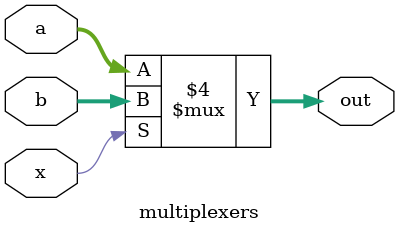
<source format=v>
`timescale 1ns/1ps

module multiplexers (input [7:0] a,
    input [7:0] b,
    input x,
    output reg[7:0] out
    );
    
    always @ (*)
    begin
       if (x == 0)
       begin
        out = a;
       end
       else
       begin
        out = b;
       end 
    end
endmodule
</source>
